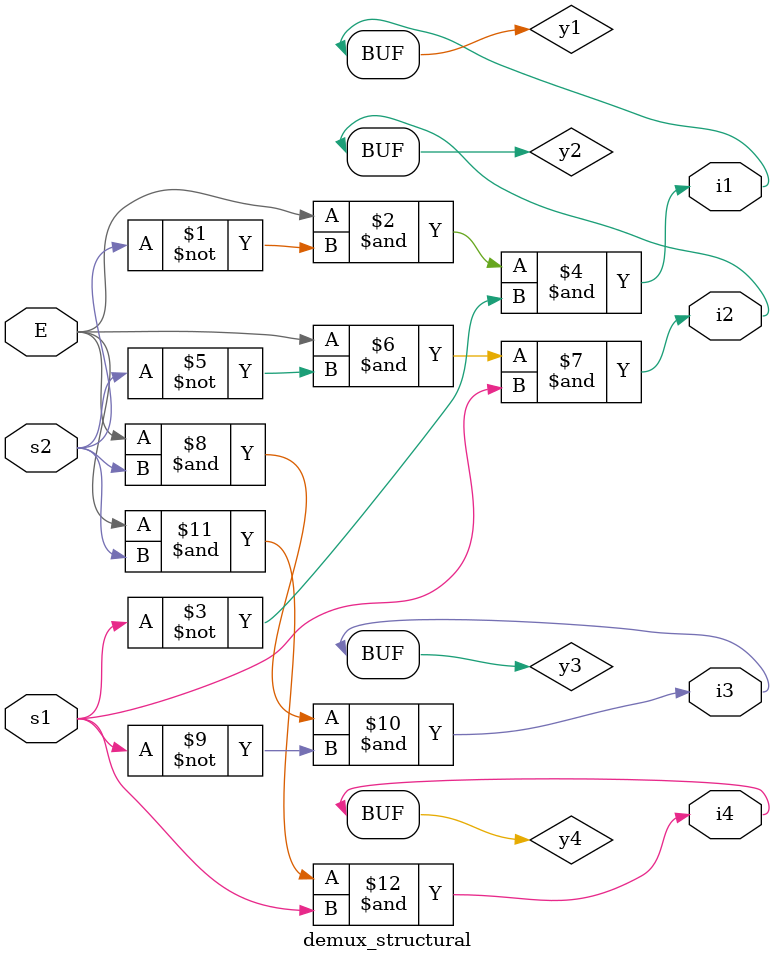
<source format=v>
`timescale 1ns / 1ps
module demux_structural(input E, input s1, input s2, output i1, output i2, output i3, output i4);

wire y1;
wire y2;
wire y3;
wire y4;

and(y1, E, ~s2, ~s1);
and(y2, E, ~s2, s1);
and(y3, E, s2, ~s1);
and(y4, E, s2, s1);

or(i1, y1);
or(i2, y2);
or(i3, y3);
or(i4, y4);

endmodule

</source>
